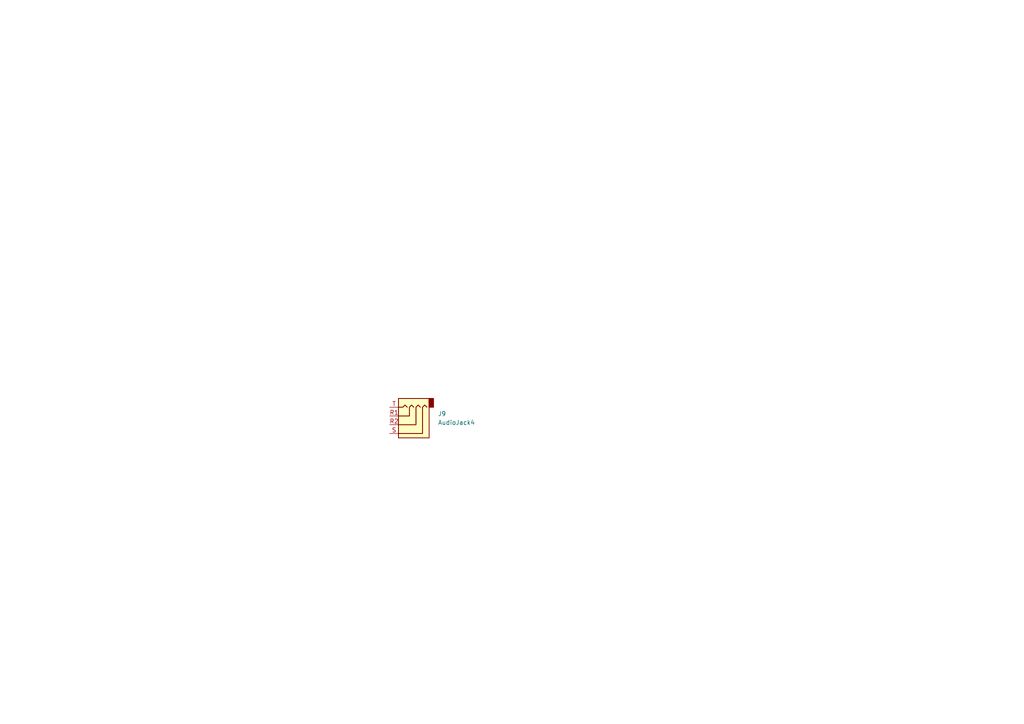
<source format=kicad_sch>
(kicad_sch (version 20231120) (generator "eeschema") (generator_version "8.0")
  (paper "A4")
  (lib_symbols
    (symbol "Connector_Audio:AudioJack4"
      (property "Reference" "J" (at 0 8.89 0))
      (property "Value" "AudioJack4" (at 0 6.35 0))
      (symbol "AudioJack4_0_1"
        (rectangle (start -6.35 -5.08) (end -7.62 -7.62) (stroke (width 0.254)) (fill (type outline)))
        (polyline (pts (xy 0 -5.08) (xy 0.635 -5.715) (xy 1.27 -5.08) (xy 2.54 -5.08)) (stroke (width 0.254)))
        (polyline (pts (xy -5.715 -5.08) (xy -5.08 -5.715) (xy -4.445 -5.08) (xy -4.445 2.54) (xy 2.54 2.54)) (stroke (width 0.254)))
        (polyline (pts (xy -1.905 -5.08) (xy -1.27 -5.715) (xy -0.635 -5.08) (xy -0.635 -2.54) (xy 2.54 -2.54)) (stroke (width 0.254)))
        (polyline (pts (xy 2.54 0) (xy -2.54 0) (xy -2.54 -5.08) (xy -3.175 -5.715) (xy -3.81 -5.08)) (stroke (width 0.254)))
        (rectangle (start 2.54 3.81) (end -6.35 -7.62) (stroke (width 0.254)) (fill (type background)))
      )
      (symbol "AudioJack4_1_1"
        (pin passive line (at 5.08 -2.54 180) (length 2.54) (name "~") (number "R1"))
        (pin passive line (at 5.08 0 180) (length 2.54) (name "~") (number "R2"))
        (pin passive line (at 5.08 2.54 180) (length 2.54) (name "~") (number "S"))
        (pin passive line (at 5.08 -5.08 180) (length 2.54) (name "~") (number "T"))
      )
    )
  )
  (symbol (lib_id "Connector_Audio:AudioJack4") (at 118.11 123.19 180) (unit 1)
    (property "Reference" "J9" (at 127 120.0149 0) (effects (justify right)))
    (property "Value" "AudioJack4" (at 127 122.5549 0) (effects (justify right)))
    (property "Footprint" "RMC:JankJackT" (effects (hide yes)))
    (property "Description" "Audio Jack, 4 Poles (TRRS)" (effects (hide yes)))
  )
)
</source>
